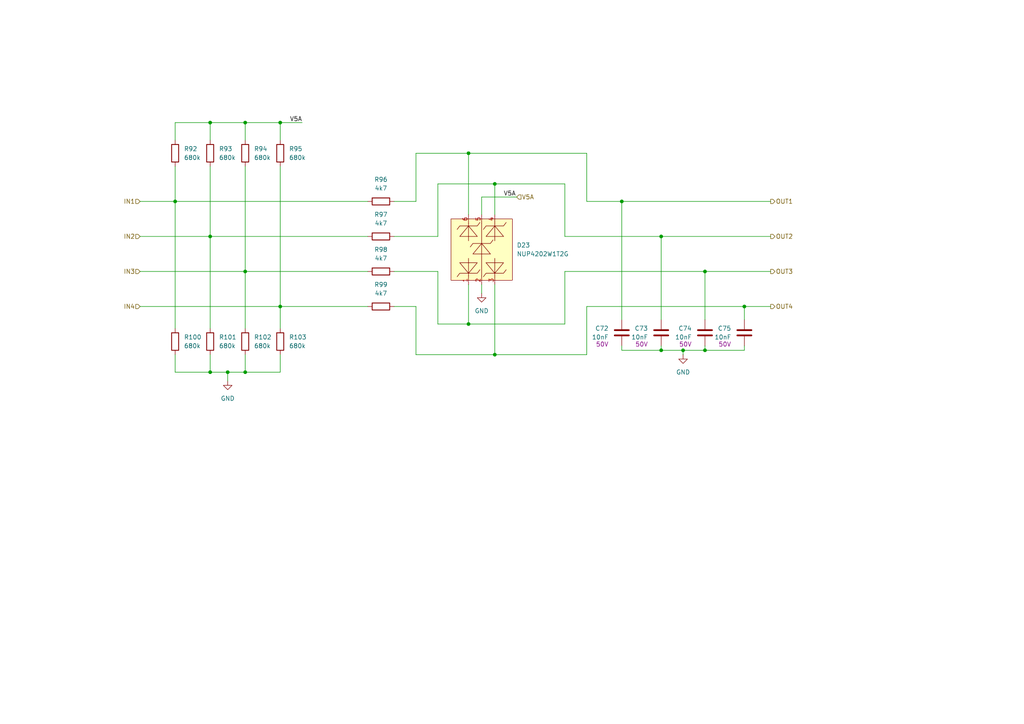
<source format=kicad_sch>
(kicad_sch (version 20231120) (generator "eeschema") (generator_version "8.0")
  (paper "A4")
  (lib_symbols
    (symbol "Device:C" (pin_numbers hide) (pin_names (offset 0.254))
      (property "Reference" "C" (at 0.635 2.54 0))
      (property "Value" "C" (at 0.635 -2.54 0))
      (symbol "C_0_1"
        (polyline (pts (xy -2.032 -0.762) (xy 2.032 -0.762)) (stroke (width 0.508)))
        (polyline (pts (xy -2.032 0.762) (xy 2.032 0.762)) (stroke (width 0.508)))
      )
      (symbol "C_1_1"
        (pin passive line (at 0 3.81 270) (length 2.794) (name "~") (number "1"))
        (pin passive line (at 0 -3.81 90) (length 2.794) (name "~") (number "2"))
      )
    )
    (symbol "Device:R" (pin_numbers hide) (pin_names (offset 0))
      (property "Reference" "R" (at 2.032 0 90))
      (property "Value" "R" (at 0 0 90))
      (symbol "R_0_1"
        (rectangle (start -1.016 -2.54) (end 1.016 2.54) (stroke (width 0.254)))
      )
      (symbol "R_1_1"
        (pin passive line (at 0 3.81 270) (length 1.27) (name "~") (number "1"))
        (pin passive line (at 0 -3.81 90) (length 1.27) (name "~") (number "2"))
      )
    )
    (symbol "hellen-one-common:D_TVS_Array_4"
      (property "Reference" "D" (at 2.54 12.7 0))
      (property "Value" "D_TVS_Array_4" (at 8.89 10.16 0))
      (symbol "D_TVS_Array_4_1_0"
        (polyline (pts (xy 2.54 -3.81) (xy 7.62 -3.81)))
        (polyline (pts (xy 2.54 0) (xy 17.78 0)))
        (polyline (pts (xy 2.54 3.81) (xy 7.62 3.81)))
        (polyline (pts (xy 12.7 -3.81) (xy 17.78 -3.81)))
        (polyline (pts (xy 12.7 3.81) (xy 17.78 3.81)))
        (polyline (pts (xy 2.286 -0.508) (xy 3.302 -1.27) (xy 3.302 -6.35) (xy 4.318 -7.112)))
        (polyline (pts (xy 2.286 7.112) (xy 3.302 6.35) (xy 3.302 1.27) (xy 4.318 0.508)))
        (polyline (pts (xy 6.35 -1.27) (xy 3.302 -3.81) (xy 6.35 -6.35) (xy 6.35 -1.27)))
        (polyline (pts (xy 6.35 6.35) (xy 3.302 3.81) (xy 6.35 1.27) (xy 6.35 6.35)))
        (polyline (pts (xy 7.366 3.302) (xy 8.382 2.54) (xy 8.382 -2.54) (xy 9.398 -3.302)))
        (polyline (pts (xy 11.43 2.54) (xy 8.382 0) (xy 11.43 -2.54) (xy 11.43 2.54)))
        (polyline (pts (xy 13.97 -6.35) (xy 17.018 -3.81) (xy 13.97 -1.27) (xy 13.97 -6.35)))
        (polyline (pts (xy 13.97 1.27) (xy 17.018 3.81) (xy 13.97 6.35) (xy 13.97 1.27)))
        (polyline (pts (xy 18.034 -7.112) (xy 17.018 -6.35) (xy 17.018 -1.27) (xy 16.002 -0.508)))
        (polyline (pts (xy 18.034 0.508) (xy 17.018 1.27) (xy 17.018 6.35) (xy 16.002 7.112)))
        (rectangle (start 19.05 8.89) (end 1.27 -8.89) (fill (type background)))
        (pin passive line (at 20.32 -3.81 180) (length 2.54) (name "") (number "1"))
        (pin passive line (at 20.32 0 180) (length 2.54) (name "") (number "2"))
        (pin passive line (at 20.32 3.81 180) (length 2.54) (name "") (number "3"))
        (pin passive line (at 0 3.81 0) (length 2.54) (name "") (number "4"))
        (pin passive line (at 0 0 0) (length 2.54) (name "") (number "5"))
        (pin passive line (at 0 -3.81 0) (length 2.54) (name "") (number "6"))
      )
    )
    (symbol "power:GND" (power) (pin_numbers hide) (pin_names (offset 0) hide)
      (property "Value" "GND" (at 0 -3.81 0))
      (symbol "GND_0_1"
        (polyline (pts (xy 0 0) (xy 0 -1.27) (xy 1.27 -1.27) (xy 0 -2.54) (xy -1.27 -1.27) (xy 0 -1.27)))
      )
      (symbol "GND_1_1"
        (pin power_in line (at 0 0 270) (length 0) (name "~") (number "1"))
      )
    )
  )
  (junction (at 71.12 78.74))
  (junction (at 71.12 107.95))
  (junction (at 143.51 53.34))
  (junction (at 81.28 88.9))
  (junction (at 135.89 93.98))
  (junction (at 180.34 58.42))
  (junction (at 81.28 35.56))
  (junction (at 204.47 78.74))
  (junction (at 191.77 101.6))
  (junction (at 135.89 44.45))
  (junction (at 198.12 101.6))
  (junction (at 191.77 68.58))
  (junction (at 60.96 68.58))
  (junction (at 60.96 35.56))
  (junction (at 50.8 58.42))
  (junction (at 204.47 101.6))
  (junction (at 143.51 102.87))
  (junction (at 71.12 35.56))
  (junction (at 215.9 88.9))
  (junction (at 60.96 107.95))
  (junction (at 66.04 107.95))
  (wire (pts (xy 71.12 40.64) (xy 71.12 35.56)))
  (wire (pts (xy 81.28 88.9) (xy 81.28 95.25)))
  (wire (pts (xy 114.3 78.74) (xy 127 78.74)))
  (wire (pts (xy 204.47 101.6) (xy 215.9 101.6)))
  (wire (pts (xy 40.64 58.42) (xy 50.8 58.42)))
  (wire (pts (xy 139.7 82.55) (xy 139.7 85.09)))
  (wire (pts (xy 60.96 68.58) (xy 60.96 95.25)))
  (wire (pts (xy 143.51 53.34) (xy 143.51 62.23)))
  (wire (pts (xy 191.77 101.6) (xy 198.12 101.6)))
  (wire (pts (xy 66.04 107.95) (xy 71.12 107.95)))
  (wire (pts (xy 143.51 53.34) (xy 163.83 53.34)))
  (wire (pts (xy 50.8 102.87) (xy 50.8 107.95)))
  (wire (pts (xy 81.28 48.26) (xy 81.28 88.9)))
  (wire (pts (xy 71.12 35.56) (xy 60.96 35.56)))
  (wire (pts (xy 163.83 68.58) (xy 163.83 53.34)))
  (wire (pts (xy 120.65 102.87) (xy 143.51 102.87)))
  (wire (pts (xy 204.47 78.74) (xy 204.47 92.71)))
  (wire (pts (xy 191.77 100.33) (xy 191.77 101.6)))
  (wire (pts (xy 50.8 35.56) (xy 60.96 35.56)))
  (wire (pts (xy 81.28 35.56) (xy 87.63 35.56)))
  (wire (pts (xy 40.64 68.58) (xy 60.96 68.58)))
  (wire (pts (xy 81.28 40.64) (xy 81.28 35.56)))
  (wire (pts (xy 127 53.34) (xy 143.51 53.34)))
  (wire (pts (xy 163.83 78.74) (xy 163.83 93.98)))
  (wire (pts (xy 60.96 102.87) (xy 60.96 107.95)))
  (wire (pts (xy 114.3 58.42) (xy 120.65 58.42)))
  (wire (pts (xy 180.34 100.33) (xy 180.34 101.6)))
  (wire (pts (xy 120.65 58.42) (xy 120.65 44.45)))
  (wire (pts (xy 81.28 107.95) (xy 71.12 107.95)))
  (wire (pts (xy 50.8 58.42) (xy 50.8 95.25)))
  (wire (pts (xy 143.51 102.87) (xy 170.18 102.87)))
  (wire (pts (xy 163.83 68.58) (xy 191.77 68.58)))
  (wire (pts (xy 180.34 58.42) (xy 223.52 58.42)))
  (wire (pts (xy 163.83 78.74) (xy 204.47 78.74)))
  (wire (pts (xy 71.12 107.95) (xy 71.12 102.87)))
  (wire (pts (xy 191.77 68.58) (xy 223.52 68.58)))
  (wire (pts (xy 71.12 78.74) (xy 106.68 78.74)))
  (wire (pts (xy 204.47 101.6) (xy 204.47 100.33)))
  (wire (pts (xy 170.18 58.42) (xy 180.34 58.42)))
  (wire (pts (xy 50.8 107.95) (xy 60.96 107.95)))
  (wire (pts (xy 170.18 88.9) (xy 215.9 88.9)))
  (wire (pts (xy 135.89 93.98) (xy 163.83 93.98)))
  (wire (pts (xy 180.34 101.6) (xy 191.77 101.6)))
  (wire (pts (xy 215.9 88.9) (xy 223.52 88.9)))
  (wire (pts (xy 127 93.98) (xy 135.89 93.98)))
  (wire (pts (xy 114.3 68.58) (xy 127 68.58)))
  (wire (pts (xy 135.89 82.55) (xy 135.89 93.98)))
  (wire (pts (xy 66.04 107.95) (xy 66.04 110.49)))
  (wire (pts (xy 60.96 35.56) (xy 60.96 40.64)))
  (wire (pts (xy 81.28 102.87) (xy 81.28 107.95)))
  (wire (pts (xy 40.64 88.9) (xy 81.28 88.9)))
  (wire (pts (xy 40.64 78.74) (xy 71.12 78.74)))
  (wire (pts (xy 149.86 57.15) (xy 139.7 57.15)))
  (wire (pts (xy 71.12 78.74) (xy 71.12 95.25)))
  (wire (pts (xy 127 68.58) (xy 127 53.34)))
  (wire (pts (xy 135.89 44.45) (xy 135.89 62.23)))
  (wire (pts (xy 139.7 57.15) (xy 139.7 62.23)))
  (wire (pts (xy 81.28 35.56) (xy 71.12 35.56)))
  (wire (pts (xy 50.8 58.42) (xy 106.68 58.42)))
  (wire (pts (xy 81.28 88.9) (xy 106.68 88.9)))
  (wire (pts (xy 114.3 88.9) (xy 120.65 88.9)))
  (wire (pts (xy 50.8 40.64) (xy 50.8 35.56)))
  (wire (pts (xy 60.96 107.95) (xy 66.04 107.95)))
  (wire (pts (xy 170.18 88.9) (xy 170.18 102.87)))
  (wire (pts (xy 60.96 68.58) (xy 106.68 68.58)))
  (wire (pts (xy 50.8 48.26) (xy 50.8 58.42)))
  (wire (pts (xy 170.18 58.42) (xy 170.18 44.45)))
  (wire (pts (xy 71.12 48.26) (xy 71.12 78.74)))
  (wire (pts (xy 198.12 101.6) (xy 198.12 102.87)))
  (wire (pts (xy 143.51 82.55) (xy 143.51 102.87)))
  (wire (pts (xy 120.65 88.9) (xy 120.65 102.87)))
  (wire (pts (xy 135.89 44.45) (xy 170.18 44.45)))
  (wire (pts (xy 204.47 78.74) (xy 223.52 78.74)))
  (wire (pts (xy 180.34 58.42) (xy 180.34 92.71)))
  (wire (pts (xy 127 78.74) (xy 127 93.98)))
  (wire (pts (xy 60.96 48.26) (xy 60.96 68.58)))
  (wire (pts (xy 198.12 101.6) (xy 204.47 101.6)))
  (wire (pts (xy 215.9 92.71) (xy 215.9 88.9)))
  (wire (pts (xy 215.9 101.6) (xy 215.9 100.33)))
  (wire (pts (xy 120.65 44.45) (xy 135.89 44.45)))
  (wire (pts (xy 191.77 68.58) (xy 191.77 92.71)))
  (label "V5A" (at 87.63 35.56 180))
  (label "V5A" (at 146.05 57.15 0))
  (hierarchical_label "V5A" (shape input) (at 149.86 57.15 0))
  (hierarchical_label "IN1" (shape input) (at 40.64 58.42 180))
  (hierarchical_label "OUT2" (shape output) (at 223.52 68.58 0))
  (hierarchical_label "IN2" (shape input) (at 40.64 68.58 180))
  (hierarchical_label "OUT1" (shape output) (at 223.52 58.42 0))
  (hierarchical_label "IN3" (shape input) (at 40.64 78.74 180))
  (hierarchical_label "IN4" (shape input) (at 40.64 88.9 180))
  (hierarchical_label "OUT3" (shape output) (at 223.52 78.74 0))
  (hierarchical_label "OUT4" (shape output) (at 223.52 88.9 0))
  (symbol (lib_id "Device:R") (at 60.96 44.45 180) (unit 1)
    (property "Reference" "R93" (at 63.5 43.18 0) (effects (justify right)))
    (property "Value" "680k" (at 63.5 45.72 0) (effects (justify right)))
    (property "Footprint" "Resistor_SMD:R_0402_1005Metric" (effects (hide yes)))
    (property "MPN" "WR06X6803FTL" (effects (hide yes)))
    (instances (project "balefi" (path "" (reference "R93") (unit 1)) (path "" (reference "R81") (unit 1)) (path "" (reference "R105") (unit 1))))
  )
  (symbol (lib_id "Device:R") (at 81.28 44.45 180) (unit 1)
    (property "Reference" "R95" (at 83.82 43.18 0) (effects (justify right)))
    (property "Value" "680k" (at 83.82 45.72 0) (effects (justify right)))
    (property "Footprint" "Resistor_SMD:R_0402_1005Metric" (effects (hide yes)))
    (property "MPN" "WR06X6803FTL" (effects (hide yes)))
    (instances (project "balefi" (path "" (reference "R95") (unit 1)) (path "" (reference "R83") (unit 1)) (path "" (reference "R107") (unit 1))))
  )
  (symbol (lib_id "Device:R") (at 110.49 88.9 90) (unit 1)
    (property "Reference" "R99" (at 110.49 82.55 90))
    (property "Value" "4k7" (at 110.49 85.09 90))
    (property "Footprint" "Resistor_SMD:R_0402_1005Metric" (effects (hide yes)))
    (property "MPN" "AC0402FR-074K7L" (effects (hide yes)))
    (instances (project "balefi" (path "" (reference "R99") (unit 1)) (path "" (reference "R87") (unit 1)) (path "" (reference "R111") (unit 1))))
  )
  (symbol (lib_id "Device:R") (at 110.49 58.42 90) (unit 1)
    (property "Reference" "R96" (at 110.49 52.07 90))
    (property "Value" "4k7" (at 110.49 54.61 90))
    (property "Footprint" "Resistor_SMD:R_0402_1005Metric" (effects (hide yes)))
    (property "MPN" "AC0402FR-074K7L" (effects (hide yes)))
    (instances (project "balefi" (path "" (reference "R96") (unit 1)) (path "" (reference "R84") (unit 1)) (path "" (reference "R108") (unit 1))))
  )
  (symbol (lib_id "hellen-one-common:D_TVS_Array_4") (at 139.7 62.23 270) (unit 1)
    (property "Reference" "D23" (at 149.86 71.12 90) (effects (justify left)))
    (property "Value" "NUP4202W1T2G" (at 149.86 73.66 90) (effects (justify left)))
    (property "Footprint" "Package_TO_SOT_SMD:SOT-363_SC-70-6" (effects (hide yes)))
    (property "MPN" "NUP4202W1T2G" (effects (hide yes)))
    (instances (project "balefi" (path "" (reference "D23") (unit 1)) (path "" (reference "D22") (unit 1)) (path "" (reference "D24") (unit 1))))
  )
  (symbol (lib_id "power:GND") (at 66.04 110.49 0) (unit 1)
    (property "Reference" "#PWR0119" (effects (hide yes)))
    (property "Value" "GND" (at 66.04 115.57 0))
    (property "Description" "Power symbol creates a global label with name \"GND\" , ground" (effects (hide yes)))
    (instances (project "balefi" (path "" (reference "#PWR0119") (unit 1)) (path "" (reference "#PWR0116") (unit 1)) (path "" (reference "#PWR0122") (unit 1))))
  )
  (symbol (lib_id "Device:R") (at 110.49 78.74 90) (unit 1)
    (property "Reference" "R98" (at 110.49 72.39 90))
    (property "Value" "4k7" (at 110.49 74.93 90))
    (property "Footprint" "Resistor_SMD:R_0402_1005Metric" (effects (hide yes)))
    (property "MPN" "AC0402FR-074K7L" (effects (hide yes)))
    (instances (project "balefi" (path "" (reference "R98") (unit 1)) (path "" (reference "R86") (unit 1)) (path "" (reference "R110") (unit 1))))
  )
  (symbol (lib_id "power:GND") (at 139.7 85.09 0) (unit 1)
    (property "Reference" "#PWR0117" (effects (hide yes)))
    (property "Value" "GND" (at 139.7 90.17 0))
    (property "Description" "Power symbol creates a global label with name \"GND\" , ground" (effects (hide yes)))
    (instances (project "balefi" (path "" (reference "#PWR0117") (unit 1)) (path "" (reference "#PWR0114") (unit 1)) (path "" (reference "#PWR0120") (unit 1))))
  )
  (symbol (lib_id "Device:R") (at 60.96 99.06 180) (unit 1)
    (property "Reference" "R101" (at 63.5 97.79 0) (effects (justify right)))
    (property "Value" "680k" (at 63.5 100.33 0) (effects (justify right)))
    (property "Footprint" "Resistor_SMD:R_0402_1005Metric" (effects (hide yes)))
    (property "MPN" "WR06X6803FTL" (effects (hide yes)))
    (instances (project "balefi" (path "" (reference "R101") (unit 1)) (path "" (reference "R89") (unit 1)) (path "" (reference "R113") (unit 1))))
  )
  (symbol (lib_id "Device:C") (at 215.9 96.52 0) (mirror y) (unit 1)
    (property "Reference" "C75" (at 212.09 95.25 0) (effects (justify left)))
    (property "Value" "10nF" (at 212.09 97.79 0) (effects (justify left)))
    (property "Footprint" "Capacitor_SMD:C_0402_1005Metric" (effects (hide yes)))
    (property "Napięcie" "50V" (at 210.223 99.8485 0))
    (property "MPN" "GCM155R71H103MA55D" (effects (hide yes)))
    (instances (project "balefi" (path "" (reference "C75") (unit 1)) (path "" (reference "C71") (unit 1)) (path "" (reference "C79") (unit 1))))
  )
  (symbol (lib_id "power:GND") (at 198.12 102.87 0) (unit 1)
    (property "Reference" "#PWR0118" (effects (hide yes)))
    (property "Value" "GND" (at 198.12 107.95 0))
    (property "Description" "Power symbol creates a global label with name \"GND\" , ground" (effects (hide yes)))
    (instances (project "balefi" (path "" (reference "#PWR0118") (unit 1)) (path "" (reference "#PWR0115") (unit 1)) (path "" (reference "#PWR0121") (unit 1))))
  )
  (symbol (lib_id "Device:C") (at 191.77 96.52 0) (mirror y) (unit 1)
    (property "Reference" "C73" (at 187.96 95.25 0) (effects (justify left)))
    (property "Value" "10nF" (at 187.96 97.79 0) (effects (justify left)))
    (property "Footprint" "Capacitor_SMD:C_0402_1005Metric" (effects (hide yes)))
    (property "Napięcie" "50V" (at 186.093 99.8485 0))
    (property "MPN" "GCM155R71H103MA55D" (effects (hide yes)))
    (instances (project "balefi" (path "" (reference "C73") (unit 1)) (path "" (reference "C69") (unit 1)) (path "" (reference "C77") (unit 1))))
  )
  (symbol (lib_id "Device:R") (at 50.8 44.45 180) (unit 1)
    (property "Reference" "R92" (at 53.34 43.18 0) (effects (justify right)))
    (property "Value" "680k" (at 53.34 45.72 0) (effects (justify right)))
    (property "Footprint" "Resistor_SMD:R_0402_1005Metric" (effects (hide yes)))
    (property "MPN" "WR06X6803FTL" (effects (hide yes)))
    (instances (project "balefi" (path "" (reference "R92") (unit 1)) (path "" (reference "R80") (unit 1)) (path "" (reference "R104") (unit 1))))
  )
  (symbol (lib_id "Device:C") (at 204.47 96.52 0) (mirror y) (unit 1)
    (property "Reference" "C74" (at 200.66 95.25 0) (effects (justify left)))
    (property "Value" "10nF" (at 200.66 97.79 0) (effects (justify left)))
    (property "Footprint" "Capacitor_SMD:C_0402_1005Metric" (effects (hide yes)))
    (property "Napięcie" "50V" (at 198.793 99.8485 0))
    (property "MPN" "GCM155R71H103MA55D" (effects (hide yes)))
    (instances (project "balefi" (path "" (reference "C74") (unit 1)) (path "" (reference "C70") (unit 1)) (path "" (reference "C78") (unit 1))))
  )
  (symbol (lib_id "Device:R") (at 110.49 68.58 90) (unit 1)
    (property "Reference" "R97" (at 110.49 62.23 90))
    (property "Value" "4k7" (at 110.49 64.77 90))
    (property "Footprint" "Resistor_SMD:R_0402_1005Metric" (effects (hide yes)))
    (property "MPN" "AC0402FR-074K7L" (effects (hide yes)))
    (instances (project "balefi" (path "" (reference "R97") (unit 1)) (path "" (reference "R85") (unit 1)) (path "" (reference "R109") (unit 1))))
  )
  (symbol (lib_id "Device:R") (at 71.12 44.45 180) (unit 1)
    (property "Reference" "R94" (at 73.66 43.18 0) (effects (justify right)))
    (property "Value" "680k" (at 73.66 45.72 0) (effects (justify right)))
    (property "Footprint" "Resistor_SMD:R_0402_1005Metric" (effects (hide yes)))
    (property "MPN" "WR06X6803FTL" (effects (hide yes)))
    (instances (project "balefi" (path "" (reference "R94") (unit 1)) (path "" (reference "R82") (unit 1)) (path "" (reference "R106") (unit 1))))
  )
  (symbol (lib_id "Device:R") (at 81.28 99.06 180) (unit 1)
    (property "Reference" "R103" (at 83.82 97.79 0) (effects (justify right)))
    (property "Value" "680k" (at 83.82 100.33 0) (effects (justify right)))
    (property "Footprint" "Resistor_SMD:R_0402_1005Metric" (effects (hide yes)))
    (property "MPN" "WR06X6803FTL" (effects (hide yes)))
    (instances (project "balefi" (path "" (reference "R103") (unit 1)) (path "" (reference "R91") (unit 1)) (path "" (reference "R115") (unit 1))))
  )
  (symbol (lib_id "Device:R") (at 71.12 99.06 180) (unit 1)
    (property "Reference" "R102" (at 73.66 97.79 0) (effects (justify right)))
    (property "Value" "680k" (at 73.66 100.33 0) (effects (justify right)))
    (property "Footprint" "Resistor_SMD:R_0402_1005Metric" (effects (hide yes)))
    (property "MPN" "WR06X6803FTL" (effects (hide yes)))
    (instances (project "balefi" (path "" (reference "R102") (unit 1)) (path "" (reference "R90") (unit 1)) (path "" (reference "R114") (unit 1))))
  )
  (symbol (lib_id "Device:R") (at 50.8 99.06 180) (unit 1)
    (property "Reference" "R100" (at 53.34 97.79 0) (effects (justify right)))
    (property "Value" "680k" (at 53.34 100.33 0) (effects (justify right)))
    (property "Footprint" "Resistor_SMD:R_0402_1005Metric" (effects (hide yes)))
    (property "MPN" "WR06X6803FTL" (effects (hide yes)))
    (instances (project "balefi" (path "" (reference "R100") (unit 1)) (path "" (reference "R88") (unit 1)) (path "" (reference "R112") (unit 1))))
  )
  (symbol (lib_id "Device:C") (at 180.34 96.52 0) (mirror y) (unit 1)
    (property "Reference" "C72" (at 176.53 95.25 0) (effects (justify left)))
    (property "Value" "10nF" (at 176.53 97.79 0) (effects (justify left)))
    (property "Footprint" "Capacitor_SMD:C_0402_1005Metric" (effects (hide yes)))
    (property "Napięcie" "50V" (at 174.663 99.8485 0))
    (property "MPN" "GCM155R71H103MA55D" (effects (hide yes)))
    (instances (project "balefi" (path "" (reference "C72") (unit 1)) (path "" (reference "C68") (unit 1)) (path "" (reference "C76") (unit 1))))
  )
)
</source>
